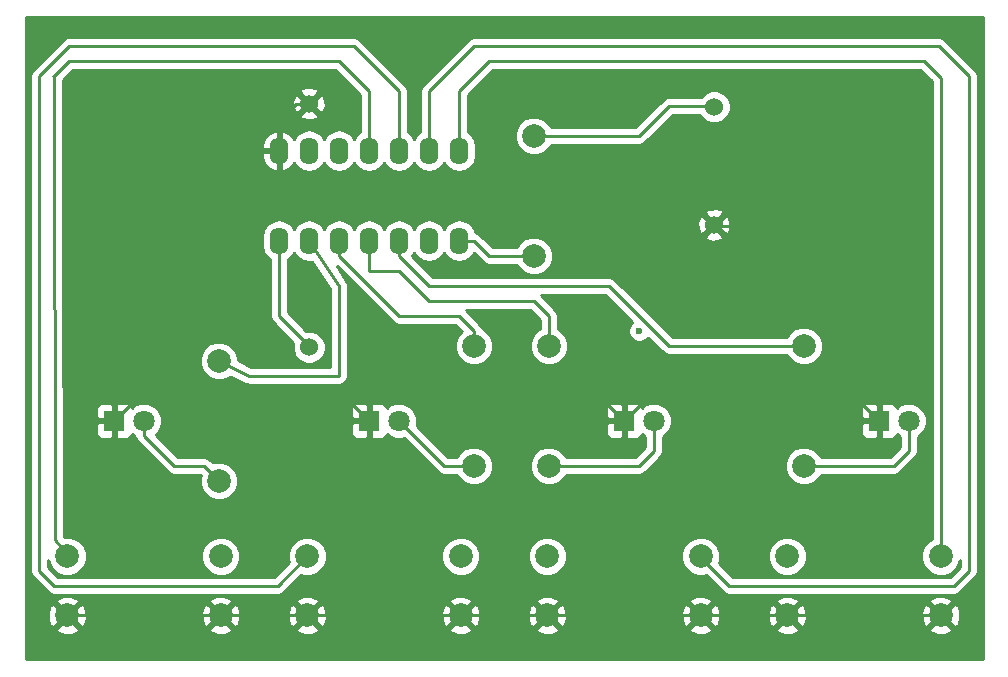
<source format=gbr>
G04 #@! TF.FileFunction,Copper,L1,Top,Signal*
%FSLAX46Y46*%
G04 Gerber Fmt 4.6, Leading zero omitted, Abs format (unit mm)*
G04 Created by KiCad (PCBNEW 4.0.2-stable) date 09/07/2016 13:23:45*
%MOMM*%
G01*
G04 APERTURE LIST*
%ADD10C,0.100000*%
%ADD11C,1.524000*%
%ADD12C,1.800000*%
%ADD13R,1.800000X1.800000*%
%ADD14O,1.600000X2.300000*%
%ADD15C,1.998980*%
%ADD16C,2.000000*%
%ADD17C,0.600000*%
%ADD18C,0.250000*%
%ADD19C,0.254000*%
G04 APERTURE END LIST*
D10*
D11*
X125730000Y-84900000D03*
X125730000Y-105520000D03*
D12*
X111760000Y-111760000D03*
D13*
X109220000Y-111760000D03*
D12*
X133350000Y-111760000D03*
D13*
X130810000Y-111760000D03*
D12*
X154940000Y-111760000D03*
D13*
X152400000Y-111760000D03*
D12*
X176530000Y-111760000D03*
D13*
X173990000Y-111760000D03*
D14*
X123190000Y-96520000D03*
X125730000Y-96520000D03*
X128270000Y-96520000D03*
X130810000Y-96520000D03*
X133350000Y-96520000D03*
X135890000Y-96520000D03*
X138430000Y-96520000D03*
X138430000Y-88900000D03*
X135890000Y-88900000D03*
X133350000Y-88900000D03*
X130810000Y-88900000D03*
X128270000Y-88900000D03*
X125730000Y-88900000D03*
X123190000Y-88900000D03*
D15*
X118110000Y-106680000D03*
X118110000Y-116840000D03*
X139700000Y-105410000D03*
X139700000Y-115570000D03*
X146050000Y-105410000D03*
X146050000Y-115570000D03*
X167640000Y-105410000D03*
X167640000Y-115570000D03*
X144780000Y-97790000D03*
X144780000Y-87630000D03*
D11*
X160020000Y-85170000D03*
X160020000Y-95170000D03*
D16*
X118260000Y-123230000D03*
X118260000Y-128230000D03*
X105260000Y-128230000D03*
X105260000Y-123230000D03*
X138580000Y-123230000D03*
X138580000Y-128230000D03*
X125580000Y-128230000D03*
X125580000Y-123230000D03*
X158900000Y-123230000D03*
X158900000Y-128230000D03*
X145900000Y-128230000D03*
X145900000Y-123230000D03*
X179220000Y-123230000D03*
X179220000Y-128230000D03*
X166220000Y-128230000D03*
X166220000Y-123230000D03*
D17*
X153670000Y-104140000D03*
D18*
X125730000Y-105520000D02*
X125730000Y-105410000D01*
X125730000Y-105410000D02*
X123190000Y-102870000D01*
X123190000Y-102870000D02*
X123190000Y-96520000D01*
X166220000Y-128230000D02*
X179220000Y-128230000D01*
X158900000Y-128230000D02*
X166220000Y-128230000D01*
X145900000Y-128230000D02*
X158900000Y-128230000D01*
X138580000Y-128230000D02*
X145900000Y-128230000D01*
X125580000Y-128230000D02*
X138580000Y-128230000D01*
X118260000Y-128230000D02*
X125580000Y-128230000D01*
X105260000Y-128230000D02*
X118260000Y-128230000D01*
X145900000Y-128230000D02*
X145900000Y-128120000D01*
X145900000Y-128120000D02*
X142240000Y-124460000D01*
X142240000Y-124460000D02*
X142240000Y-120650000D01*
X142240000Y-120650000D02*
X139700000Y-118110000D01*
X139700000Y-118110000D02*
X134620000Y-118110000D01*
X134620000Y-118110000D02*
X130810000Y-114300000D01*
X130810000Y-114300000D02*
X130810000Y-111760000D01*
X173990000Y-111760000D02*
X173990000Y-104140000D01*
X165100000Y-95250000D02*
X160100000Y-95250000D01*
X173990000Y-104140000D02*
X165100000Y-95250000D01*
X160100000Y-95250000D02*
X160020000Y-95170000D01*
X123190000Y-88900000D02*
X123190000Y-86360000D01*
X124650000Y-84900000D02*
X125730000Y-84900000D01*
X123190000Y-86360000D02*
X124650000Y-84900000D01*
X109220000Y-111760000D02*
X109220000Y-88900000D01*
X111640000Y-86480000D02*
X115570000Y-86480000D01*
X109220000Y-88900000D02*
X111640000Y-86480000D01*
X109220000Y-111760000D02*
X111760000Y-109220000D01*
X128270000Y-109220000D02*
X130810000Y-111760000D01*
X111760000Y-109220000D02*
X128270000Y-109220000D01*
X130810000Y-111760000D02*
X130810000Y-110490000D01*
X130810000Y-110490000D02*
X132080000Y-109220000D01*
X132080000Y-109220000D02*
X149860000Y-109220000D01*
X149860000Y-109220000D02*
X152400000Y-111760000D01*
X152400000Y-111760000D02*
X154940000Y-109220000D01*
X171450000Y-109220000D02*
X173990000Y-111760000D01*
X167640000Y-109220000D02*
X171450000Y-109220000D01*
X154940000Y-109220000D02*
X167640000Y-109220000D01*
X115570000Y-86480000D02*
X115570000Y-87630000D01*
X115570000Y-87630000D02*
X116840000Y-88900000D01*
X116840000Y-88900000D02*
X123190000Y-88900000D01*
X115690000Y-86480000D02*
X115570000Y-86480000D01*
X123270000Y-88820000D02*
X123190000Y-88900000D01*
X111760000Y-111760000D02*
X111760000Y-113030000D01*
X116840000Y-115570000D02*
X118110000Y-116840000D01*
X114300000Y-115570000D02*
X116840000Y-115570000D01*
X111760000Y-113030000D02*
X114300000Y-115570000D01*
X133350000Y-111760000D02*
X135890000Y-114300000D01*
X137160000Y-115570000D02*
X139700000Y-115570000D01*
X135890000Y-114300000D02*
X137160000Y-115570000D01*
X146050000Y-115570000D02*
X153670000Y-115570000D01*
X154940000Y-114300000D02*
X154940000Y-111760000D01*
X153670000Y-115570000D02*
X154940000Y-114300000D01*
X167640000Y-115570000D02*
X175260000Y-115570000D01*
X176530000Y-114300000D02*
X176530000Y-111760000D01*
X175260000Y-115570000D02*
X176530000Y-114300000D01*
X125730000Y-96520000D02*
X128270000Y-100330000D01*
X120650000Y-107950000D02*
X118110000Y-106680000D01*
X128270000Y-107950000D02*
X120650000Y-107950000D01*
X128270000Y-104140000D02*
X128270000Y-107950000D01*
X128270000Y-100330000D02*
X128270000Y-104140000D01*
X139700000Y-105410000D02*
X139700000Y-104140000D01*
X128270000Y-97790000D02*
X128270000Y-96520000D01*
X133350000Y-102870000D02*
X128270000Y-97790000D01*
X138430000Y-102870000D02*
X133350000Y-102870000D01*
X139700000Y-104140000D02*
X138430000Y-102870000D01*
X133350000Y-96520000D02*
X133350000Y-97790000D01*
X156210000Y-105410000D02*
X167640000Y-105410000D01*
X151130000Y-100330000D02*
X156210000Y-105410000D01*
X135890000Y-100330000D02*
X151130000Y-100330000D01*
X133350000Y-97790000D02*
X135890000Y-100330000D01*
X146050000Y-105410000D02*
X146050000Y-102870000D01*
X130810000Y-99060000D02*
X130810000Y-96520000D01*
X133350000Y-99060000D02*
X130810000Y-99060000D01*
X135890000Y-101600000D02*
X133350000Y-99060000D01*
X144780000Y-101600000D02*
X135890000Y-101600000D01*
X146050000Y-102870000D02*
X144780000Y-101600000D01*
X138430000Y-96520000D02*
X139700000Y-96520000D01*
X140970000Y-97790000D02*
X144780000Y-97790000D01*
X139700000Y-96520000D02*
X140970000Y-97790000D01*
X104140000Y-82550000D02*
X104203890Y-121856110D01*
X104203890Y-121856110D02*
X105260000Y-122912220D01*
X105260000Y-122912220D02*
X105260000Y-123230000D01*
X130810000Y-88900000D02*
X130810000Y-83820000D01*
X105410000Y-81280000D02*
X104140000Y-82550000D01*
X104140000Y-82550000D02*
X104076110Y-82585718D01*
X128270000Y-81280000D02*
X105410000Y-81280000D01*
X130810000Y-83820000D02*
X128270000Y-81280000D01*
X133350000Y-88900000D02*
X133350000Y-83820000D01*
X123080000Y-125730000D02*
X125580000Y-123230000D01*
X104140000Y-125730000D02*
X123080000Y-125730000D01*
X102870000Y-124460000D02*
X104140000Y-125730000D01*
X102870000Y-82550000D02*
X102870000Y-124460000D01*
X105410000Y-80010000D02*
X102870000Y-82550000D01*
X129540000Y-80010000D02*
X105410000Y-80010000D01*
X133350000Y-83820000D02*
X129540000Y-80010000D01*
X135890000Y-88900000D02*
X135890000Y-83820000D01*
X161290000Y-125730000D02*
X158900000Y-123340000D01*
X180340000Y-125730000D02*
X161290000Y-125730000D01*
X181610000Y-124460000D02*
X180340000Y-125730000D01*
X181610000Y-82550000D02*
X181610000Y-124460000D01*
X179070000Y-80010000D02*
X181610000Y-82550000D01*
X139700000Y-80010000D02*
X179070000Y-80010000D01*
X135890000Y-83820000D02*
X139700000Y-80010000D01*
X158900000Y-123340000D02*
X158900000Y-123230000D01*
X158900000Y-123340000D02*
X158900000Y-123230000D01*
X138430000Y-88900000D02*
X138430000Y-83820000D01*
X179220000Y-82700000D02*
X179220000Y-123230000D01*
X177800000Y-81280000D02*
X179220000Y-82700000D01*
X140970000Y-81280000D02*
X177800000Y-81280000D01*
X138430000Y-83820000D02*
X140970000Y-81280000D01*
X144780000Y-87630000D02*
X153670000Y-87630000D01*
X156210000Y-85090000D02*
X159940000Y-85090000D01*
X153670000Y-87630000D02*
X156210000Y-85090000D01*
X159940000Y-85090000D02*
X160020000Y-85170000D01*
D19*
G36*
X182753000Y-131953000D02*
X101727000Y-131953000D01*
X101727000Y-129382532D01*
X104287073Y-129382532D01*
X104385736Y-129649387D01*
X104995461Y-129875908D01*
X105645460Y-129851856D01*
X106134264Y-129649387D01*
X106232927Y-129382532D01*
X117287073Y-129382532D01*
X117385736Y-129649387D01*
X117995461Y-129875908D01*
X118645460Y-129851856D01*
X119134264Y-129649387D01*
X119232927Y-129382532D01*
X124607073Y-129382532D01*
X124705736Y-129649387D01*
X125315461Y-129875908D01*
X125965460Y-129851856D01*
X126454264Y-129649387D01*
X126552927Y-129382532D01*
X137607073Y-129382532D01*
X137705736Y-129649387D01*
X138315461Y-129875908D01*
X138965460Y-129851856D01*
X139454264Y-129649387D01*
X139552927Y-129382532D01*
X144927073Y-129382532D01*
X145025736Y-129649387D01*
X145635461Y-129875908D01*
X146285460Y-129851856D01*
X146774264Y-129649387D01*
X146872927Y-129382532D01*
X157927073Y-129382532D01*
X158025736Y-129649387D01*
X158635461Y-129875908D01*
X159285460Y-129851856D01*
X159774264Y-129649387D01*
X159872927Y-129382532D01*
X165247073Y-129382532D01*
X165345736Y-129649387D01*
X165955461Y-129875908D01*
X166605460Y-129851856D01*
X167094264Y-129649387D01*
X167192927Y-129382532D01*
X178247073Y-129382532D01*
X178345736Y-129649387D01*
X178955461Y-129875908D01*
X179605460Y-129851856D01*
X180094264Y-129649387D01*
X180192927Y-129382532D01*
X179220000Y-128409605D01*
X178247073Y-129382532D01*
X167192927Y-129382532D01*
X166220000Y-128409605D01*
X165247073Y-129382532D01*
X159872927Y-129382532D01*
X158900000Y-128409605D01*
X157927073Y-129382532D01*
X146872927Y-129382532D01*
X145900000Y-128409605D01*
X144927073Y-129382532D01*
X139552927Y-129382532D01*
X138580000Y-128409605D01*
X137607073Y-129382532D01*
X126552927Y-129382532D01*
X125580000Y-128409605D01*
X124607073Y-129382532D01*
X119232927Y-129382532D01*
X118260000Y-128409605D01*
X117287073Y-129382532D01*
X106232927Y-129382532D01*
X105260000Y-128409605D01*
X104287073Y-129382532D01*
X101727000Y-129382532D01*
X101727000Y-127965461D01*
X103614092Y-127965461D01*
X103638144Y-128615460D01*
X103840613Y-129104264D01*
X104107468Y-129202927D01*
X105080395Y-128230000D01*
X105439605Y-128230000D01*
X106412532Y-129202927D01*
X106679387Y-129104264D01*
X106905908Y-128494539D01*
X106886331Y-127965461D01*
X116614092Y-127965461D01*
X116638144Y-128615460D01*
X116840613Y-129104264D01*
X117107468Y-129202927D01*
X118080395Y-128230000D01*
X118439605Y-128230000D01*
X119412532Y-129202927D01*
X119679387Y-129104264D01*
X119905908Y-128494539D01*
X119886331Y-127965461D01*
X123934092Y-127965461D01*
X123958144Y-128615460D01*
X124160613Y-129104264D01*
X124427468Y-129202927D01*
X125400395Y-128230000D01*
X125759605Y-128230000D01*
X126732532Y-129202927D01*
X126999387Y-129104264D01*
X127225908Y-128494539D01*
X127206331Y-127965461D01*
X136934092Y-127965461D01*
X136958144Y-128615460D01*
X137160613Y-129104264D01*
X137427468Y-129202927D01*
X138400395Y-128230000D01*
X138759605Y-128230000D01*
X139732532Y-129202927D01*
X139999387Y-129104264D01*
X140225908Y-128494539D01*
X140206331Y-127965461D01*
X144254092Y-127965461D01*
X144278144Y-128615460D01*
X144480613Y-129104264D01*
X144747468Y-129202927D01*
X145720395Y-128230000D01*
X146079605Y-128230000D01*
X147052532Y-129202927D01*
X147319387Y-129104264D01*
X147545908Y-128494539D01*
X147526331Y-127965461D01*
X157254092Y-127965461D01*
X157278144Y-128615460D01*
X157480613Y-129104264D01*
X157747468Y-129202927D01*
X158720395Y-128230000D01*
X159079605Y-128230000D01*
X160052532Y-129202927D01*
X160319387Y-129104264D01*
X160545908Y-128494539D01*
X160526331Y-127965461D01*
X164574092Y-127965461D01*
X164598144Y-128615460D01*
X164800613Y-129104264D01*
X165067468Y-129202927D01*
X166040395Y-128230000D01*
X166399605Y-128230000D01*
X167372532Y-129202927D01*
X167639387Y-129104264D01*
X167865908Y-128494539D01*
X167846331Y-127965461D01*
X177574092Y-127965461D01*
X177598144Y-128615460D01*
X177800613Y-129104264D01*
X178067468Y-129202927D01*
X179040395Y-128230000D01*
X179399605Y-128230000D01*
X180372532Y-129202927D01*
X180639387Y-129104264D01*
X180865908Y-128494539D01*
X180841856Y-127844540D01*
X180639387Y-127355736D01*
X180372532Y-127257073D01*
X179399605Y-128230000D01*
X179040395Y-128230000D01*
X178067468Y-127257073D01*
X177800613Y-127355736D01*
X177574092Y-127965461D01*
X167846331Y-127965461D01*
X167841856Y-127844540D01*
X167639387Y-127355736D01*
X167372532Y-127257073D01*
X166399605Y-128230000D01*
X166040395Y-128230000D01*
X165067468Y-127257073D01*
X164800613Y-127355736D01*
X164574092Y-127965461D01*
X160526331Y-127965461D01*
X160521856Y-127844540D01*
X160319387Y-127355736D01*
X160052532Y-127257073D01*
X159079605Y-128230000D01*
X158720395Y-128230000D01*
X157747468Y-127257073D01*
X157480613Y-127355736D01*
X157254092Y-127965461D01*
X147526331Y-127965461D01*
X147521856Y-127844540D01*
X147319387Y-127355736D01*
X147052532Y-127257073D01*
X146079605Y-128230000D01*
X145720395Y-128230000D01*
X144747468Y-127257073D01*
X144480613Y-127355736D01*
X144254092Y-127965461D01*
X140206331Y-127965461D01*
X140201856Y-127844540D01*
X139999387Y-127355736D01*
X139732532Y-127257073D01*
X138759605Y-128230000D01*
X138400395Y-128230000D01*
X137427468Y-127257073D01*
X137160613Y-127355736D01*
X136934092Y-127965461D01*
X127206331Y-127965461D01*
X127201856Y-127844540D01*
X126999387Y-127355736D01*
X126732532Y-127257073D01*
X125759605Y-128230000D01*
X125400395Y-128230000D01*
X124427468Y-127257073D01*
X124160613Y-127355736D01*
X123934092Y-127965461D01*
X119886331Y-127965461D01*
X119881856Y-127844540D01*
X119679387Y-127355736D01*
X119412532Y-127257073D01*
X118439605Y-128230000D01*
X118080395Y-128230000D01*
X117107468Y-127257073D01*
X116840613Y-127355736D01*
X116614092Y-127965461D01*
X106886331Y-127965461D01*
X106881856Y-127844540D01*
X106679387Y-127355736D01*
X106412532Y-127257073D01*
X105439605Y-128230000D01*
X105080395Y-128230000D01*
X104107468Y-127257073D01*
X103840613Y-127355736D01*
X103614092Y-127965461D01*
X101727000Y-127965461D01*
X101727000Y-127077468D01*
X104287073Y-127077468D01*
X105260000Y-128050395D01*
X106232927Y-127077468D01*
X117287073Y-127077468D01*
X118260000Y-128050395D01*
X119232927Y-127077468D01*
X124607073Y-127077468D01*
X125580000Y-128050395D01*
X126552927Y-127077468D01*
X137607073Y-127077468D01*
X138580000Y-128050395D01*
X139552927Y-127077468D01*
X144927073Y-127077468D01*
X145900000Y-128050395D01*
X146872927Y-127077468D01*
X157927073Y-127077468D01*
X158900000Y-128050395D01*
X159872927Y-127077468D01*
X165247073Y-127077468D01*
X166220000Y-128050395D01*
X167192927Y-127077468D01*
X178247073Y-127077468D01*
X179220000Y-128050395D01*
X180192927Y-127077468D01*
X180094264Y-126810613D01*
X179484539Y-126584092D01*
X178834540Y-126608144D01*
X178345736Y-126810613D01*
X178247073Y-127077468D01*
X167192927Y-127077468D01*
X167094264Y-126810613D01*
X166484539Y-126584092D01*
X165834540Y-126608144D01*
X165345736Y-126810613D01*
X165247073Y-127077468D01*
X159872927Y-127077468D01*
X159774264Y-126810613D01*
X159164539Y-126584092D01*
X158514540Y-126608144D01*
X158025736Y-126810613D01*
X157927073Y-127077468D01*
X146872927Y-127077468D01*
X146774264Y-126810613D01*
X146164539Y-126584092D01*
X145514540Y-126608144D01*
X145025736Y-126810613D01*
X144927073Y-127077468D01*
X139552927Y-127077468D01*
X139454264Y-126810613D01*
X138844539Y-126584092D01*
X138194540Y-126608144D01*
X137705736Y-126810613D01*
X137607073Y-127077468D01*
X126552927Y-127077468D01*
X126454264Y-126810613D01*
X125844539Y-126584092D01*
X125194540Y-126608144D01*
X124705736Y-126810613D01*
X124607073Y-127077468D01*
X119232927Y-127077468D01*
X119134264Y-126810613D01*
X118524539Y-126584092D01*
X117874540Y-126608144D01*
X117385736Y-126810613D01*
X117287073Y-127077468D01*
X106232927Y-127077468D01*
X106134264Y-126810613D01*
X105524539Y-126584092D01*
X104874540Y-126608144D01*
X104385736Y-126810613D01*
X104287073Y-127077468D01*
X101727000Y-127077468D01*
X101727000Y-82550000D01*
X102110000Y-82550000D01*
X102110000Y-124460000D01*
X102167852Y-124750839D01*
X102332599Y-124997401D01*
X103602599Y-126267401D01*
X103849160Y-126432148D01*
X104140000Y-126490000D01*
X123080000Y-126490000D01*
X123370839Y-126432148D01*
X123617401Y-126267401D01*
X125088527Y-124796275D01*
X125253352Y-124864716D01*
X125903795Y-124865284D01*
X126504943Y-124616894D01*
X126965278Y-124157363D01*
X127214716Y-123556648D01*
X127214718Y-123553795D01*
X136944716Y-123553795D01*
X137193106Y-124154943D01*
X137652637Y-124615278D01*
X138253352Y-124864716D01*
X138903795Y-124865284D01*
X139504943Y-124616894D01*
X139965278Y-124157363D01*
X140214716Y-123556648D01*
X140214718Y-123553795D01*
X144264716Y-123553795D01*
X144513106Y-124154943D01*
X144972637Y-124615278D01*
X145573352Y-124864716D01*
X146223795Y-124865284D01*
X146824943Y-124616894D01*
X147285278Y-124157363D01*
X147534716Y-123556648D01*
X147535284Y-122906205D01*
X147286894Y-122305057D01*
X146827363Y-121844722D01*
X146226648Y-121595284D01*
X145576205Y-121594716D01*
X144975057Y-121843106D01*
X144514722Y-122302637D01*
X144265284Y-122903352D01*
X144264716Y-123553795D01*
X140214718Y-123553795D01*
X140215284Y-122906205D01*
X139966894Y-122305057D01*
X139507363Y-121844722D01*
X138906648Y-121595284D01*
X138256205Y-121594716D01*
X137655057Y-121843106D01*
X137194722Y-122302637D01*
X136945284Y-122903352D01*
X136944716Y-123553795D01*
X127214718Y-123553795D01*
X127215284Y-122906205D01*
X126966894Y-122305057D01*
X126507363Y-121844722D01*
X125906648Y-121595284D01*
X125256205Y-121594716D01*
X124655057Y-121843106D01*
X124194722Y-122302637D01*
X123945284Y-122903352D01*
X123944716Y-123553795D01*
X124013919Y-123721279D01*
X122765198Y-124970000D01*
X104454802Y-124970000D01*
X103630000Y-124145198D01*
X103630000Y-123566583D01*
X103873106Y-124154943D01*
X104332637Y-124615278D01*
X104933352Y-124864716D01*
X105583795Y-124865284D01*
X106184943Y-124616894D01*
X106645278Y-124157363D01*
X106894716Y-123556648D01*
X106894718Y-123553795D01*
X116624716Y-123553795D01*
X116873106Y-124154943D01*
X117332637Y-124615278D01*
X117933352Y-124864716D01*
X118583795Y-124865284D01*
X119184943Y-124616894D01*
X119645278Y-124157363D01*
X119894716Y-123556648D01*
X119895284Y-122906205D01*
X119646894Y-122305057D01*
X119187363Y-121844722D01*
X118586648Y-121595284D01*
X117936205Y-121594716D01*
X117335057Y-121843106D01*
X116874722Y-122302637D01*
X116625284Y-122903352D01*
X116624716Y-123553795D01*
X106894718Y-123553795D01*
X106895284Y-122906205D01*
X106646894Y-122305057D01*
X106187363Y-121844722D01*
X105586648Y-121595284D01*
X105017369Y-121594787D01*
X104963378Y-121540796D01*
X104947945Y-112045750D01*
X107685000Y-112045750D01*
X107685000Y-112786310D01*
X107781673Y-113019699D01*
X107960302Y-113198327D01*
X108193691Y-113295000D01*
X108934250Y-113295000D01*
X109093000Y-113136250D01*
X109093000Y-111887000D01*
X107843750Y-111887000D01*
X107685000Y-112045750D01*
X104947945Y-112045750D01*
X104945813Y-110733690D01*
X107685000Y-110733690D01*
X107685000Y-111474250D01*
X107843750Y-111633000D01*
X109093000Y-111633000D01*
X109093000Y-110383750D01*
X109347000Y-110383750D01*
X109347000Y-111633000D01*
X109367000Y-111633000D01*
X109367000Y-111887000D01*
X109347000Y-111887000D01*
X109347000Y-113136250D01*
X109505750Y-113295000D01*
X110246309Y-113295000D01*
X110479698Y-113198327D01*
X110658327Y-113019699D01*
X110714119Y-112885006D01*
X110889357Y-113060551D01*
X111016586Y-113113381D01*
X111057852Y-113320839D01*
X111222599Y-113567401D01*
X113762599Y-116107401D01*
X114009160Y-116272148D01*
X114057414Y-116281746D01*
X114300000Y-116330000D01*
X116525198Y-116330000D01*
X116544115Y-116348917D01*
X116475794Y-116513453D01*
X116475226Y-117163694D01*
X116723538Y-117764655D01*
X117182927Y-118224846D01*
X117783453Y-118474206D01*
X118433694Y-118474774D01*
X119034655Y-118226462D01*
X119494846Y-117767073D01*
X119744206Y-117166547D01*
X119744774Y-116516306D01*
X119496462Y-115915345D01*
X119037073Y-115455154D01*
X118436547Y-115205794D01*
X117786306Y-115205226D01*
X117619111Y-115274309D01*
X117377401Y-115032599D01*
X117130839Y-114867852D01*
X116840000Y-114810000D01*
X114614802Y-114810000D01*
X112747725Y-112942923D01*
X113060551Y-112630643D01*
X113294733Y-112066670D01*
X113294751Y-112045750D01*
X129275000Y-112045750D01*
X129275000Y-112786310D01*
X129371673Y-113019699D01*
X129550302Y-113198327D01*
X129783691Y-113295000D01*
X130524250Y-113295000D01*
X130683000Y-113136250D01*
X130683000Y-111887000D01*
X129433750Y-111887000D01*
X129275000Y-112045750D01*
X113294751Y-112045750D01*
X113295265Y-111456009D01*
X113062068Y-110891629D01*
X112904405Y-110733690D01*
X129275000Y-110733690D01*
X129275000Y-111474250D01*
X129433750Y-111633000D01*
X130683000Y-111633000D01*
X130683000Y-110383750D01*
X130937000Y-110383750D01*
X130937000Y-111633000D01*
X130957000Y-111633000D01*
X130957000Y-111887000D01*
X130937000Y-111887000D01*
X130937000Y-113136250D01*
X131095750Y-113295000D01*
X131836309Y-113295000D01*
X132069698Y-113198327D01*
X132248327Y-113019699D01*
X132304119Y-112885006D01*
X132479357Y-113060551D01*
X133043330Y-113294733D01*
X133653991Y-113295265D01*
X133764713Y-113249515D01*
X136622599Y-116107401D01*
X136869160Y-116272148D01*
X137160000Y-116330000D01*
X138245504Y-116330000D01*
X138313538Y-116494655D01*
X138772927Y-116954846D01*
X139373453Y-117204206D01*
X140023694Y-117204774D01*
X140624655Y-116956462D01*
X141084846Y-116497073D01*
X141334206Y-115896547D01*
X141334208Y-115893694D01*
X144415226Y-115893694D01*
X144663538Y-116494655D01*
X145122927Y-116954846D01*
X145723453Y-117204206D01*
X146373694Y-117204774D01*
X146974655Y-116956462D01*
X147434846Y-116497073D01*
X147504221Y-116330000D01*
X153670000Y-116330000D01*
X153960839Y-116272148D01*
X154207401Y-116107401D01*
X154421108Y-115893694D01*
X166005226Y-115893694D01*
X166253538Y-116494655D01*
X166712927Y-116954846D01*
X167313453Y-117204206D01*
X167963694Y-117204774D01*
X168564655Y-116956462D01*
X169024846Y-116497073D01*
X169094221Y-116330000D01*
X175260000Y-116330000D01*
X175550839Y-116272148D01*
X175797401Y-116107401D01*
X177067401Y-114837401D01*
X177232148Y-114590840D01*
X177290000Y-114300000D01*
X177290000Y-113106846D01*
X177398371Y-113062068D01*
X177830551Y-112630643D01*
X178064733Y-112066670D01*
X178065265Y-111456009D01*
X177832068Y-110891629D01*
X177400643Y-110459449D01*
X176836670Y-110225267D01*
X176226009Y-110224735D01*
X175661629Y-110457932D01*
X175484159Y-110635092D01*
X175428327Y-110500301D01*
X175249698Y-110321673D01*
X175016309Y-110225000D01*
X174275750Y-110225000D01*
X174117000Y-110383750D01*
X174117000Y-111633000D01*
X174137000Y-111633000D01*
X174137000Y-111887000D01*
X174117000Y-111887000D01*
X174117000Y-113136250D01*
X174275750Y-113295000D01*
X175016309Y-113295000D01*
X175249698Y-113198327D01*
X175428327Y-113019699D01*
X175484119Y-112885006D01*
X175659357Y-113060551D01*
X175770000Y-113106494D01*
X175770000Y-113985198D01*
X174945198Y-114810000D01*
X169094496Y-114810000D01*
X169026462Y-114645345D01*
X168567073Y-114185154D01*
X167966547Y-113935794D01*
X167316306Y-113935226D01*
X166715345Y-114183538D01*
X166255154Y-114642927D01*
X166005794Y-115243453D01*
X166005226Y-115893694D01*
X154421108Y-115893694D01*
X155477401Y-114837401D01*
X155642148Y-114590840D01*
X155700000Y-114300000D01*
X155700000Y-113106846D01*
X155808371Y-113062068D01*
X156240551Y-112630643D01*
X156474733Y-112066670D01*
X156474751Y-112045750D01*
X172455000Y-112045750D01*
X172455000Y-112786310D01*
X172551673Y-113019699D01*
X172730302Y-113198327D01*
X172963691Y-113295000D01*
X173704250Y-113295000D01*
X173863000Y-113136250D01*
X173863000Y-111887000D01*
X172613750Y-111887000D01*
X172455000Y-112045750D01*
X156474751Y-112045750D01*
X156475265Y-111456009D01*
X156242068Y-110891629D01*
X156084405Y-110733690D01*
X172455000Y-110733690D01*
X172455000Y-111474250D01*
X172613750Y-111633000D01*
X173863000Y-111633000D01*
X173863000Y-110383750D01*
X173704250Y-110225000D01*
X172963691Y-110225000D01*
X172730302Y-110321673D01*
X172551673Y-110500301D01*
X172455000Y-110733690D01*
X156084405Y-110733690D01*
X155810643Y-110459449D01*
X155246670Y-110225267D01*
X154636009Y-110224735D01*
X154071629Y-110457932D01*
X153894159Y-110635092D01*
X153838327Y-110500301D01*
X153659698Y-110321673D01*
X153426309Y-110225000D01*
X152685750Y-110225000D01*
X152527000Y-110383750D01*
X152527000Y-111633000D01*
X152547000Y-111633000D01*
X152547000Y-111887000D01*
X152527000Y-111887000D01*
X152527000Y-113136250D01*
X152685750Y-113295000D01*
X153426309Y-113295000D01*
X153659698Y-113198327D01*
X153838327Y-113019699D01*
X153894119Y-112885006D01*
X154069357Y-113060551D01*
X154180000Y-113106494D01*
X154180000Y-113985198D01*
X153355198Y-114810000D01*
X147504496Y-114810000D01*
X147436462Y-114645345D01*
X146977073Y-114185154D01*
X146376547Y-113935794D01*
X145726306Y-113935226D01*
X145125345Y-114183538D01*
X144665154Y-114642927D01*
X144415794Y-115243453D01*
X144415226Y-115893694D01*
X141334208Y-115893694D01*
X141334774Y-115246306D01*
X141086462Y-114645345D01*
X140627073Y-114185154D01*
X140026547Y-113935794D01*
X139376306Y-113935226D01*
X138775345Y-114183538D01*
X138315154Y-114642927D01*
X138245779Y-114810000D01*
X137474802Y-114810000D01*
X134839766Y-112174964D01*
X134884733Y-112066670D01*
X134884751Y-112045750D01*
X150865000Y-112045750D01*
X150865000Y-112786310D01*
X150961673Y-113019699D01*
X151140302Y-113198327D01*
X151373691Y-113295000D01*
X152114250Y-113295000D01*
X152273000Y-113136250D01*
X152273000Y-111887000D01*
X151023750Y-111887000D01*
X150865000Y-112045750D01*
X134884751Y-112045750D01*
X134885265Y-111456009D01*
X134652068Y-110891629D01*
X134494405Y-110733690D01*
X150865000Y-110733690D01*
X150865000Y-111474250D01*
X151023750Y-111633000D01*
X152273000Y-111633000D01*
X152273000Y-110383750D01*
X152114250Y-110225000D01*
X151373691Y-110225000D01*
X151140302Y-110321673D01*
X150961673Y-110500301D01*
X150865000Y-110733690D01*
X134494405Y-110733690D01*
X134220643Y-110459449D01*
X133656670Y-110225267D01*
X133046009Y-110224735D01*
X132481629Y-110457932D01*
X132304159Y-110635092D01*
X132248327Y-110500301D01*
X132069698Y-110321673D01*
X131836309Y-110225000D01*
X131095750Y-110225000D01*
X130937000Y-110383750D01*
X130683000Y-110383750D01*
X130524250Y-110225000D01*
X129783691Y-110225000D01*
X129550302Y-110321673D01*
X129371673Y-110500301D01*
X129275000Y-110733690D01*
X112904405Y-110733690D01*
X112630643Y-110459449D01*
X112066670Y-110225267D01*
X111456009Y-110224735D01*
X110891629Y-110457932D01*
X110714159Y-110635092D01*
X110658327Y-110500301D01*
X110479698Y-110321673D01*
X110246309Y-110225000D01*
X109505750Y-110225000D01*
X109347000Y-110383750D01*
X109093000Y-110383750D01*
X108934250Y-110225000D01*
X108193691Y-110225000D01*
X107960302Y-110321673D01*
X107781673Y-110500301D01*
X107685000Y-110733690D01*
X104945813Y-110733690D01*
X104939750Y-107003694D01*
X116475226Y-107003694D01*
X116723538Y-107604655D01*
X117182927Y-108064846D01*
X117783453Y-108314206D01*
X118433694Y-108314774D01*
X119034655Y-108066462D01*
X119084332Y-108016872D01*
X120310117Y-108629765D01*
X120336458Y-108636978D01*
X120359161Y-108652148D01*
X120478635Y-108675913D01*
X120596124Y-108708087D01*
X120623214Y-108704672D01*
X120650000Y-108710000D01*
X128270000Y-108710000D01*
X128560839Y-108652148D01*
X128807401Y-108487401D01*
X128972148Y-108240839D01*
X129030000Y-107950000D01*
X129030000Y-100330000D01*
X129015473Y-100256969D01*
X129015551Y-100182511D01*
X128986828Y-100112962D01*
X128972148Y-100039161D01*
X128930781Y-99977251D01*
X128902358Y-99908428D01*
X128079822Y-98674624D01*
X132812599Y-103407401D01*
X133059161Y-103572148D01*
X133350000Y-103630000D01*
X138115198Y-103630000D01*
X138641924Y-104156726D01*
X138315154Y-104482927D01*
X138065794Y-105083453D01*
X138065226Y-105733694D01*
X138313538Y-106334655D01*
X138772927Y-106794846D01*
X139373453Y-107044206D01*
X140023694Y-107044774D01*
X140624655Y-106796462D01*
X141084846Y-106337073D01*
X141334206Y-105736547D01*
X141334774Y-105086306D01*
X141086462Y-104485345D01*
X140627073Y-104025154D01*
X140420057Y-103939193D01*
X140402148Y-103849161D01*
X140402148Y-103849160D01*
X140237401Y-103602599D01*
X138994802Y-102360000D01*
X144465198Y-102360000D01*
X145290000Y-103184802D01*
X145290000Y-103955504D01*
X145125345Y-104023538D01*
X144665154Y-104482927D01*
X144415794Y-105083453D01*
X144415226Y-105733694D01*
X144663538Y-106334655D01*
X145122927Y-106794846D01*
X145723453Y-107044206D01*
X146373694Y-107044774D01*
X146974655Y-106796462D01*
X147434846Y-106337073D01*
X147684206Y-105736547D01*
X147684774Y-105086306D01*
X147436462Y-104485345D01*
X146977073Y-104025154D01*
X146810000Y-103955779D01*
X146810000Y-102870000D01*
X146752148Y-102579161D01*
X146752148Y-102579160D01*
X146587401Y-102332599D01*
X145344802Y-101090000D01*
X150815198Y-101090000D01*
X153106539Y-103381341D01*
X152877808Y-103609673D01*
X152735162Y-103953201D01*
X152734838Y-104325167D01*
X152876883Y-104668943D01*
X153139673Y-104932192D01*
X153483201Y-105074838D01*
X153855167Y-105075162D01*
X154198943Y-104933117D01*
X154428829Y-104703631D01*
X155672599Y-105947401D01*
X155919161Y-106112148D01*
X156210000Y-106170000D01*
X166185504Y-106170000D01*
X166253538Y-106334655D01*
X166712927Y-106794846D01*
X167313453Y-107044206D01*
X167963694Y-107044774D01*
X168564655Y-106796462D01*
X169024846Y-106337073D01*
X169274206Y-105736547D01*
X169274774Y-105086306D01*
X169026462Y-104485345D01*
X168567073Y-104025154D01*
X167966547Y-103775794D01*
X167316306Y-103775226D01*
X166715345Y-104023538D01*
X166255154Y-104482927D01*
X166185779Y-104650000D01*
X156524802Y-104650000D01*
X151667401Y-99792599D01*
X151420839Y-99627852D01*
X151130000Y-99570000D01*
X136204802Y-99570000D01*
X134440710Y-97805908D01*
X134620000Y-97537582D01*
X134875302Y-97919668D01*
X135340849Y-98230737D01*
X135890000Y-98339970D01*
X136439151Y-98230737D01*
X136904698Y-97919668D01*
X137160000Y-97537582D01*
X137415302Y-97919668D01*
X137880849Y-98230737D01*
X138430000Y-98339970D01*
X138979151Y-98230737D01*
X139444698Y-97919668D01*
X139677081Y-97571883D01*
X140432599Y-98327401D01*
X140679160Y-98492148D01*
X140970000Y-98550000D01*
X143325504Y-98550000D01*
X143393538Y-98714655D01*
X143852927Y-99174846D01*
X144453453Y-99424206D01*
X145103694Y-99424774D01*
X145704655Y-99176462D01*
X146164846Y-98717073D01*
X146414206Y-98116547D01*
X146414774Y-97466306D01*
X146166462Y-96865345D01*
X145707073Y-96405154D01*
X145106547Y-96155794D01*
X144456306Y-96155226D01*
X143855345Y-96403538D01*
X143395154Y-96862927D01*
X143325779Y-97030000D01*
X141284802Y-97030000D01*
X140405015Y-96150213D01*
X159219392Y-96150213D01*
X159288857Y-96392397D01*
X159812302Y-96579144D01*
X160367368Y-96551362D01*
X160751143Y-96392397D01*
X160820608Y-96150213D01*
X160020000Y-95349605D01*
X159219392Y-96150213D01*
X140405015Y-96150213D01*
X140237401Y-95982599D01*
X139990839Y-95817852D01*
X139794126Y-95778723D01*
X139755767Y-95585879D01*
X139444698Y-95120332D01*
X139208190Y-94962302D01*
X158610856Y-94962302D01*
X158638638Y-95517368D01*
X158797603Y-95901143D01*
X159039787Y-95970608D01*
X159840395Y-95170000D01*
X160199605Y-95170000D01*
X161000213Y-95970608D01*
X161242397Y-95901143D01*
X161429144Y-95377698D01*
X161401362Y-94822632D01*
X161242397Y-94438857D01*
X161000213Y-94369392D01*
X160199605Y-95170000D01*
X159840395Y-95170000D01*
X159039787Y-94369392D01*
X158797603Y-94438857D01*
X158610856Y-94962302D01*
X139208190Y-94962302D01*
X138979151Y-94809263D01*
X138430000Y-94700030D01*
X137880849Y-94809263D01*
X137415302Y-95120332D01*
X137160000Y-95502418D01*
X136904698Y-95120332D01*
X136439151Y-94809263D01*
X135890000Y-94700030D01*
X135340849Y-94809263D01*
X134875302Y-95120332D01*
X134620000Y-95502418D01*
X134364698Y-95120332D01*
X133899151Y-94809263D01*
X133350000Y-94700030D01*
X132800849Y-94809263D01*
X132335302Y-95120332D01*
X132080000Y-95502418D01*
X131824698Y-95120332D01*
X131359151Y-94809263D01*
X130810000Y-94700030D01*
X130260849Y-94809263D01*
X129795302Y-95120332D01*
X129540000Y-95502418D01*
X129284698Y-95120332D01*
X128819151Y-94809263D01*
X128270000Y-94700030D01*
X127720849Y-94809263D01*
X127255302Y-95120332D01*
X127000000Y-95502418D01*
X126744698Y-95120332D01*
X126279151Y-94809263D01*
X125730000Y-94700030D01*
X125180849Y-94809263D01*
X124715302Y-95120332D01*
X124460000Y-95502418D01*
X124204698Y-95120332D01*
X123739151Y-94809263D01*
X123190000Y-94700030D01*
X122640849Y-94809263D01*
X122175302Y-95120332D01*
X121864233Y-95585879D01*
X121755000Y-96135030D01*
X121755000Y-96904970D01*
X121864233Y-97454121D01*
X122175302Y-97919668D01*
X122430000Y-98089852D01*
X122430000Y-102870000D01*
X122487852Y-103160839D01*
X122652599Y-103407401D01*
X124378091Y-105132893D01*
X124333243Y-105240900D01*
X124332758Y-105796661D01*
X124544990Y-106310303D01*
X124937630Y-106703629D01*
X125450900Y-106916757D01*
X126006661Y-106917242D01*
X126520303Y-106705010D01*
X126913629Y-106312370D01*
X127126757Y-105799100D01*
X127127242Y-105243339D01*
X126915010Y-104729697D01*
X126522370Y-104336371D01*
X126009100Y-104123243D01*
X125517616Y-104122814D01*
X123950000Y-102555198D01*
X123950000Y-98089852D01*
X124204698Y-97919668D01*
X124460000Y-97537582D01*
X124715302Y-97919668D01*
X125180849Y-98230737D01*
X125730000Y-98339970D01*
X125994794Y-98287299D01*
X127510000Y-100560109D01*
X127510000Y-107190000D01*
X120829412Y-107190000D01*
X119744520Y-106647554D01*
X119744774Y-106356306D01*
X119496462Y-105755345D01*
X119037073Y-105295154D01*
X118436547Y-105045794D01*
X117786306Y-105045226D01*
X117185345Y-105293538D01*
X116725154Y-105752927D01*
X116475794Y-106353453D01*
X116475226Y-107003694D01*
X104939750Y-107003694D01*
X104918922Y-94189787D01*
X159219392Y-94189787D01*
X160020000Y-94990395D01*
X160820608Y-94189787D01*
X160751143Y-93947603D01*
X160227698Y-93760856D01*
X159672632Y-93788638D01*
X159288857Y-93947603D01*
X159219392Y-94189787D01*
X104918922Y-94189787D01*
X104910530Y-89027000D01*
X121755000Y-89027000D01*
X121755000Y-89377000D01*
X121912834Y-89916483D01*
X122265104Y-90354500D01*
X122758181Y-90624367D01*
X122840961Y-90641904D01*
X123063000Y-90519915D01*
X123063000Y-89027000D01*
X121755000Y-89027000D01*
X104910530Y-89027000D01*
X104909549Y-88423000D01*
X121755000Y-88423000D01*
X121755000Y-88773000D01*
X123063000Y-88773000D01*
X123063000Y-87280085D01*
X122840961Y-87158096D01*
X122758181Y-87175633D01*
X122265104Y-87445500D01*
X121912834Y-87883517D01*
X121755000Y-88423000D01*
X104909549Y-88423000D01*
X104905416Y-85880213D01*
X124929392Y-85880213D01*
X124998857Y-86122397D01*
X125522302Y-86309144D01*
X126077368Y-86281362D01*
X126461143Y-86122397D01*
X126530608Y-85880213D01*
X125730000Y-85079605D01*
X124929392Y-85880213D01*
X104905416Y-85880213D01*
X104903484Y-84692302D01*
X124320856Y-84692302D01*
X124348638Y-85247368D01*
X124507603Y-85631143D01*
X124749787Y-85700608D01*
X125550395Y-84900000D01*
X125909605Y-84900000D01*
X126710213Y-85700608D01*
X126952397Y-85631143D01*
X127139144Y-85107698D01*
X127111362Y-84552632D01*
X126952397Y-84168857D01*
X126710213Y-84099392D01*
X125909605Y-84900000D01*
X125550395Y-84900000D01*
X124749787Y-84099392D01*
X124507603Y-84168857D01*
X124320856Y-84692302D01*
X104903484Y-84692302D01*
X104902229Y-83919787D01*
X124929392Y-83919787D01*
X125730000Y-84720395D01*
X126530608Y-83919787D01*
X126461143Y-83677603D01*
X125937698Y-83490856D01*
X125382632Y-83518638D01*
X124998857Y-83677603D01*
X124929392Y-83919787D01*
X104902229Y-83919787D01*
X104900512Y-82864290D01*
X105724802Y-82040000D01*
X127955198Y-82040000D01*
X130050000Y-84134802D01*
X130050000Y-87330148D01*
X129795302Y-87500332D01*
X129540000Y-87882418D01*
X129284698Y-87500332D01*
X128819151Y-87189263D01*
X128270000Y-87080030D01*
X127720849Y-87189263D01*
X127255302Y-87500332D01*
X127000000Y-87882418D01*
X126744698Y-87500332D01*
X126279151Y-87189263D01*
X125730000Y-87080030D01*
X125180849Y-87189263D01*
X124715302Y-87500332D01*
X124462851Y-87878151D01*
X124114896Y-87445500D01*
X123621819Y-87175633D01*
X123539039Y-87158096D01*
X123317000Y-87280085D01*
X123317000Y-88773000D01*
X123337000Y-88773000D01*
X123337000Y-89027000D01*
X123317000Y-89027000D01*
X123317000Y-90519915D01*
X123539039Y-90641904D01*
X123621819Y-90624367D01*
X124114896Y-90354500D01*
X124462851Y-89921849D01*
X124715302Y-90299668D01*
X125180849Y-90610737D01*
X125730000Y-90719970D01*
X126279151Y-90610737D01*
X126744698Y-90299668D01*
X127000000Y-89917582D01*
X127255302Y-90299668D01*
X127720849Y-90610737D01*
X128270000Y-90719970D01*
X128819151Y-90610737D01*
X129284698Y-90299668D01*
X129540000Y-89917582D01*
X129795302Y-90299668D01*
X130260849Y-90610737D01*
X130810000Y-90719970D01*
X131359151Y-90610737D01*
X131824698Y-90299668D01*
X132080000Y-89917582D01*
X132335302Y-90299668D01*
X132800849Y-90610737D01*
X133350000Y-90719970D01*
X133899151Y-90610737D01*
X134364698Y-90299668D01*
X134620000Y-89917582D01*
X134875302Y-90299668D01*
X135340849Y-90610737D01*
X135890000Y-90719970D01*
X136439151Y-90610737D01*
X136904698Y-90299668D01*
X137160000Y-89917582D01*
X137415302Y-90299668D01*
X137880849Y-90610737D01*
X138430000Y-90719970D01*
X138979151Y-90610737D01*
X139444698Y-90299668D01*
X139755767Y-89834121D01*
X139865000Y-89284970D01*
X139865000Y-88515030D01*
X139755767Y-87965879D01*
X139747626Y-87953694D01*
X143145226Y-87953694D01*
X143393538Y-88554655D01*
X143852927Y-89014846D01*
X144453453Y-89264206D01*
X145103694Y-89264774D01*
X145704655Y-89016462D01*
X146164846Y-88557073D01*
X146234221Y-88390000D01*
X153670000Y-88390000D01*
X153960839Y-88332148D01*
X154207401Y-88167401D01*
X156524802Y-85850000D01*
X158789414Y-85850000D01*
X158834990Y-85960303D01*
X159227630Y-86353629D01*
X159740900Y-86566757D01*
X160296661Y-86567242D01*
X160810303Y-86355010D01*
X161203629Y-85962370D01*
X161416757Y-85449100D01*
X161417242Y-84893339D01*
X161205010Y-84379697D01*
X160812370Y-83986371D01*
X160299100Y-83773243D01*
X159743339Y-83772758D01*
X159229697Y-83984990D01*
X158884084Y-84330000D01*
X156210000Y-84330000D01*
X155970550Y-84377630D01*
X155919160Y-84387852D01*
X155672599Y-84552599D01*
X153355198Y-86870000D01*
X146234496Y-86870000D01*
X146166462Y-86705345D01*
X145707073Y-86245154D01*
X145106547Y-85995794D01*
X144456306Y-85995226D01*
X143855345Y-86243538D01*
X143395154Y-86702927D01*
X143145794Y-87303453D01*
X143145226Y-87953694D01*
X139747626Y-87953694D01*
X139444698Y-87500332D01*
X139190000Y-87330148D01*
X139190000Y-84134802D01*
X141284802Y-82040000D01*
X177485198Y-82040000D01*
X178460000Y-83014802D01*
X178460000Y-121774953D01*
X178295057Y-121843106D01*
X177834722Y-122302637D01*
X177585284Y-122903352D01*
X177584716Y-123553795D01*
X177833106Y-124154943D01*
X178292637Y-124615278D01*
X178893352Y-124864716D01*
X179543795Y-124865284D01*
X180144943Y-124616894D01*
X180605278Y-124157363D01*
X180850000Y-123568005D01*
X180850000Y-124145198D01*
X180025198Y-124970000D01*
X161604802Y-124970000D01*
X160434000Y-123799198D01*
X160534716Y-123556648D01*
X160534718Y-123553795D01*
X164584716Y-123553795D01*
X164833106Y-124154943D01*
X165292637Y-124615278D01*
X165893352Y-124864716D01*
X166543795Y-124865284D01*
X167144943Y-124616894D01*
X167605278Y-124157363D01*
X167854716Y-123556648D01*
X167855284Y-122906205D01*
X167606894Y-122305057D01*
X167147363Y-121844722D01*
X166546648Y-121595284D01*
X165896205Y-121594716D01*
X165295057Y-121843106D01*
X164834722Y-122302637D01*
X164585284Y-122903352D01*
X164584716Y-123553795D01*
X160534718Y-123553795D01*
X160535284Y-122906205D01*
X160286894Y-122305057D01*
X159827363Y-121844722D01*
X159226648Y-121595284D01*
X158576205Y-121594716D01*
X157975057Y-121843106D01*
X157514722Y-122302637D01*
X157265284Y-122903352D01*
X157264716Y-123553795D01*
X157513106Y-124154943D01*
X157972637Y-124615278D01*
X158573352Y-124864716D01*
X159223795Y-124865284D01*
X159313441Y-124828243D01*
X160752599Y-126267401D01*
X160999160Y-126432148D01*
X161047414Y-126441746D01*
X161290000Y-126490000D01*
X180340000Y-126490000D01*
X180630839Y-126432148D01*
X180877401Y-126267401D01*
X182147401Y-124997401D01*
X182312148Y-124750840D01*
X182370000Y-124460000D01*
X182370000Y-82550000D01*
X182312148Y-82259161D01*
X182312148Y-82259160D01*
X182147401Y-82012599D01*
X179607401Y-79472599D01*
X179360839Y-79307852D01*
X179070000Y-79250000D01*
X139700000Y-79250000D01*
X139409161Y-79307852D01*
X139162599Y-79472599D01*
X135352599Y-83282599D01*
X135187852Y-83529161D01*
X135130000Y-83820000D01*
X135130000Y-87330148D01*
X134875302Y-87500332D01*
X134620000Y-87882418D01*
X134364698Y-87500332D01*
X134110000Y-87330148D01*
X134110000Y-83820000D01*
X134052148Y-83529161D01*
X133887401Y-83282599D01*
X130077401Y-79472599D01*
X129830839Y-79307852D01*
X129540000Y-79250000D01*
X105410000Y-79250000D01*
X105167414Y-79298254D01*
X105119160Y-79307852D01*
X104872599Y-79472599D01*
X102332599Y-82012599D01*
X102167852Y-82259161D01*
X102110000Y-82550000D01*
X101727000Y-82550000D01*
X101727000Y-77597000D01*
X182753000Y-77597000D01*
X182753000Y-131953000D01*
X182753000Y-131953000D01*
G37*
X182753000Y-131953000D02*
X101727000Y-131953000D01*
X101727000Y-129382532D01*
X104287073Y-129382532D01*
X104385736Y-129649387D01*
X104995461Y-129875908D01*
X105645460Y-129851856D01*
X106134264Y-129649387D01*
X106232927Y-129382532D01*
X117287073Y-129382532D01*
X117385736Y-129649387D01*
X117995461Y-129875908D01*
X118645460Y-129851856D01*
X119134264Y-129649387D01*
X119232927Y-129382532D01*
X124607073Y-129382532D01*
X124705736Y-129649387D01*
X125315461Y-129875908D01*
X125965460Y-129851856D01*
X126454264Y-129649387D01*
X126552927Y-129382532D01*
X137607073Y-129382532D01*
X137705736Y-129649387D01*
X138315461Y-129875908D01*
X138965460Y-129851856D01*
X139454264Y-129649387D01*
X139552927Y-129382532D01*
X144927073Y-129382532D01*
X145025736Y-129649387D01*
X145635461Y-129875908D01*
X146285460Y-129851856D01*
X146774264Y-129649387D01*
X146872927Y-129382532D01*
X157927073Y-129382532D01*
X158025736Y-129649387D01*
X158635461Y-129875908D01*
X159285460Y-129851856D01*
X159774264Y-129649387D01*
X159872927Y-129382532D01*
X165247073Y-129382532D01*
X165345736Y-129649387D01*
X165955461Y-129875908D01*
X166605460Y-129851856D01*
X167094264Y-129649387D01*
X167192927Y-129382532D01*
X178247073Y-129382532D01*
X178345736Y-129649387D01*
X178955461Y-129875908D01*
X179605460Y-129851856D01*
X180094264Y-129649387D01*
X180192927Y-129382532D01*
X179220000Y-128409605D01*
X178247073Y-129382532D01*
X167192927Y-129382532D01*
X166220000Y-128409605D01*
X165247073Y-129382532D01*
X159872927Y-129382532D01*
X158900000Y-128409605D01*
X157927073Y-129382532D01*
X146872927Y-129382532D01*
X145900000Y-128409605D01*
X144927073Y-129382532D01*
X139552927Y-129382532D01*
X138580000Y-128409605D01*
X137607073Y-129382532D01*
X126552927Y-129382532D01*
X125580000Y-128409605D01*
X124607073Y-129382532D01*
X119232927Y-129382532D01*
X118260000Y-128409605D01*
X117287073Y-129382532D01*
X106232927Y-129382532D01*
X105260000Y-128409605D01*
X104287073Y-129382532D01*
X101727000Y-129382532D01*
X101727000Y-127965461D01*
X103614092Y-127965461D01*
X103638144Y-128615460D01*
X103840613Y-129104264D01*
X104107468Y-129202927D01*
X105080395Y-128230000D01*
X105439605Y-128230000D01*
X106412532Y-129202927D01*
X106679387Y-129104264D01*
X106905908Y-128494539D01*
X106886331Y-127965461D01*
X116614092Y-127965461D01*
X116638144Y-128615460D01*
X116840613Y-129104264D01*
X117107468Y-129202927D01*
X118080395Y-128230000D01*
X118439605Y-128230000D01*
X119412532Y-129202927D01*
X119679387Y-129104264D01*
X119905908Y-128494539D01*
X119886331Y-127965461D01*
X123934092Y-127965461D01*
X123958144Y-128615460D01*
X124160613Y-129104264D01*
X124427468Y-129202927D01*
X125400395Y-128230000D01*
X125759605Y-128230000D01*
X126732532Y-129202927D01*
X126999387Y-129104264D01*
X127225908Y-128494539D01*
X127206331Y-127965461D01*
X136934092Y-127965461D01*
X136958144Y-128615460D01*
X137160613Y-129104264D01*
X137427468Y-129202927D01*
X138400395Y-128230000D01*
X138759605Y-128230000D01*
X139732532Y-129202927D01*
X139999387Y-129104264D01*
X140225908Y-128494539D01*
X140206331Y-127965461D01*
X144254092Y-127965461D01*
X144278144Y-128615460D01*
X144480613Y-129104264D01*
X144747468Y-129202927D01*
X145720395Y-128230000D01*
X146079605Y-128230000D01*
X147052532Y-129202927D01*
X147319387Y-129104264D01*
X147545908Y-128494539D01*
X147526331Y-127965461D01*
X157254092Y-127965461D01*
X157278144Y-128615460D01*
X157480613Y-129104264D01*
X157747468Y-129202927D01*
X158720395Y-128230000D01*
X159079605Y-128230000D01*
X160052532Y-129202927D01*
X160319387Y-129104264D01*
X160545908Y-128494539D01*
X160526331Y-127965461D01*
X164574092Y-127965461D01*
X164598144Y-128615460D01*
X164800613Y-129104264D01*
X165067468Y-129202927D01*
X166040395Y-128230000D01*
X166399605Y-128230000D01*
X167372532Y-129202927D01*
X167639387Y-129104264D01*
X167865908Y-128494539D01*
X167846331Y-127965461D01*
X177574092Y-127965461D01*
X177598144Y-128615460D01*
X177800613Y-129104264D01*
X178067468Y-129202927D01*
X179040395Y-128230000D01*
X179399605Y-128230000D01*
X180372532Y-129202927D01*
X180639387Y-129104264D01*
X180865908Y-128494539D01*
X180841856Y-127844540D01*
X180639387Y-127355736D01*
X180372532Y-127257073D01*
X179399605Y-128230000D01*
X179040395Y-128230000D01*
X178067468Y-127257073D01*
X177800613Y-127355736D01*
X177574092Y-127965461D01*
X167846331Y-127965461D01*
X167841856Y-127844540D01*
X167639387Y-127355736D01*
X167372532Y-127257073D01*
X166399605Y-128230000D01*
X166040395Y-128230000D01*
X165067468Y-127257073D01*
X164800613Y-127355736D01*
X164574092Y-127965461D01*
X160526331Y-127965461D01*
X160521856Y-127844540D01*
X160319387Y-127355736D01*
X160052532Y-127257073D01*
X159079605Y-128230000D01*
X158720395Y-128230000D01*
X157747468Y-127257073D01*
X157480613Y-127355736D01*
X157254092Y-127965461D01*
X147526331Y-127965461D01*
X147521856Y-127844540D01*
X147319387Y-127355736D01*
X147052532Y-127257073D01*
X146079605Y-128230000D01*
X145720395Y-128230000D01*
X144747468Y-127257073D01*
X144480613Y-127355736D01*
X144254092Y-127965461D01*
X140206331Y-127965461D01*
X140201856Y-127844540D01*
X139999387Y-127355736D01*
X139732532Y-127257073D01*
X138759605Y-128230000D01*
X138400395Y-128230000D01*
X137427468Y-127257073D01*
X137160613Y-127355736D01*
X136934092Y-127965461D01*
X127206331Y-127965461D01*
X127201856Y-127844540D01*
X126999387Y-127355736D01*
X126732532Y-127257073D01*
X125759605Y-128230000D01*
X125400395Y-128230000D01*
X124427468Y-127257073D01*
X124160613Y-127355736D01*
X123934092Y-127965461D01*
X119886331Y-127965461D01*
X119881856Y-127844540D01*
X119679387Y-127355736D01*
X119412532Y-127257073D01*
X118439605Y-128230000D01*
X118080395Y-128230000D01*
X117107468Y-127257073D01*
X116840613Y-127355736D01*
X116614092Y-127965461D01*
X106886331Y-127965461D01*
X106881856Y-127844540D01*
X106679387Y-127355736D01*
X106412532Y-127257073D01*
X105439605Y-128230000D01*
X105080395Y-128230000D01*
X104107468Y-127257073D01*
X103840613Y-127355736D01*
X103614092Y-127965461D01*
X101727000Y-127965461D01*
X101727000Y-127077468D01*
X104287073Y-127077468D01*
X105260000Y-128050395D01*
X106232927Y-127077468D01*
X117287073Y-127077468D01*
X118260000Y-128050395D01*
X119232927Y-127077468D01*
X124607073Y-127077468D01*
X125580000Y-128050395D01*
X126552927Y-127077468D01*
X137607073Y-127077468D01*
X138580000Y-128050395D01*
X139552927Y-127077468D01*
X144927073Y-127077468D01*
X145900000Y-128050395D01*
X146872927Y-127077468D01*
X157927073Y-127077468D01*
X158900000Y-128050395D01*
X159872927Y-127077468D01*
X165247073Y-127077468D01*
X166220000Y-128050395D01*
X167192927Y-127077468D01*
X178247073Y-127077468D01*
X179220000Y-128050395D01*
X180192927Y-127077468D01*
X180094264Y-126810613D01*
X179484539Y-126584092D01*
X178834540Y-126608144D01*
X178345736Y-126810613D01*
X178247073Y-127077468D01*
X167192927Y-127077468D01*
X167094264Y-126810613D01*
X166484539Y-126584092D01*
X165834540Y-126608144D01*
X165345736Y-126810613D01*
X165247073Y-127077468D01*
X159872927Y-127077468D01*
X159774264Y-126810613D01*
X159164539Y-126584092D01*
X158514540Y-126608144D01*
X158025736Y-126810613D01*
X157927073Y-127077468D01*
X146872927Y-127077468D01*
X146774264Y-126810613D01*
X146164539Y-126584092D01*
X145514540Y-126608144D01*
X145025736Y-126810613D01*
X144927073Y-127077468D01*
X139552927Y-127077468D01*
X139454264Y-126810613D01*
X138844539Y-126584092D01*
X138194540Y-126608144D01*
X137705736Y-126810613D01*
X137607073Y-127077468D01*
X126552927Y-127077468D01*
X126454264Y-126810613D01*
X125844539Y-126584092D01*
X125194540Y-126608144D01*
X124705736Y-126810613D01*
X124607073Y-127077468D01*
X119232927Y-127077468D01*
X119134264Y-126810613D01*
X118524539Y-126584092D01*
X117874540Y-126608144D01*
X117385736Y-126810613D01*
X117287073Y-127077468D01*
X106232927Y-127077468D01*
X106134264Y-126810613D01*
X105524539Y-126584092D01*
X104874540Y-126608144D01*
X104385736Y-126810613D01*
X104287073Y-127077468D01*
X101727000Y-127077468D01*
X101727000Y-82550000D01*
X102110000Y-82550000D01*
X102110000Y-124460000D01*
X102167852Y-124750839D01*
X102332599Y-124997401D01*
X103602599Y-126267401D01*
X103849160Y-126432148D01*
X104140000Y-126490000D01*
X123080000Y-126490000D01*
X123370839Y-126432148D01*
X123617401Y-126267401D01*
X125088527Y-124796275D01*
X125253352Y-124864716D01*
X125903795Y-124865284D01*
X126504943Y-124616894D01*
X126965278Y-124157363D01*
X127214716Y-123556648D01*
X127214718Y-123553795D01*
X136944716Y-123553795D01*
X137193106Y-124154943D01*
X137652637Y-124615278D01*
X138253352Y-124864716D01*
X138903795Y-124865284D01*
X139504943Y-124616894D01*
X139965278Y-124157363D01*
X140214716Y-123556648D01*
X140214718Y-123553795D01*
X144264716Y-123553795D01*
X144513106Y-124154943D01*
X144972637Y-124615278D01*
X145573352Y-124864716D01*
X146223795Y-124865284D01*
X146824943Y-124616894D01*
X147285278Y-124157363D01*
X147534716Y-123556648D01*
X147535284Y-122906205D01*
X147286894Y-122305057D01*
X146827363Y-121844722D01*
X146226648Y-121595284D01*
X145576205Y-121594716D01*
X144975057Y-121843106D01*
X144514722Y-122302637D01*
X144265284Y-122903352D01*
X144264716Y-123553795D01*
X140214718Y-123553795D01*
X140215284Y-122906205D01*
X139966894Y-122305057D01*
X139507363Y-121844722D01*
X138906648Y-121595284D01*
X138256205Y-121594716D01*
X137655057Y-121843106D01*
X137194722Y-122302637D01*
X136945284Y-122903352D01*
X136944716Y-123553795D01*
X127214718Y-123553795D01*
X127215284Y-122906205D01*
X126966894Y-122305057D01*
X126507363Y-121844722D01*
X125906648Y-121595284D01*
X125256205Y-121594716D01*
X124655057Y-121843106D01*
X124194722Y-122302637D01*
X123945284Y-122903352D01*
X123944716Y-123553795D01*
X124013919Y-123721279D01*
X122765198Y-124970000D01*
X104454802Y-124970000D01*
X103630000Y-124145198D01*
X103630000Y-123566583D01*
X103873106Y-124154943D01*
X104332637Y-124615278D01*
X104933352Y-124864716D01*
X105583795Y-124865284D01*
X106184943Y-124616894D01*
X106645278Y-124157363D01*
X106894716Y-123556648D01*
X106894718Y-123553795D01*
X116624716Y-123553795D01*
X116873106Y-124154943D01*
X117332637Y-124615278D01*
X117933352Y-124864716D01*
X118583795Y-124865284D01*
X119184943Y-124616894D01*
X119645278Y-124157363D01*
X119894716Y-123556648D01*
X119895284Y-122906205D01*
X119646894Y-122305057D01*
X119187363Y-121844722D01*
X118586648Y-121595284D01*
X117936205Y-121594716D01*
X117335057Y-121843106D01*
X116874722Y-122302637D01*
X116625284Y-122903352D01*
X116624716Y-123553795D01*
X106894718Y-123553795D01*
X106895284Y-122906205D01*
X106646894Y-122305057D01*
X106187363Y-121844722D01*
X105586648Y-121595284D01*
X105017369Y-121594787D01*
X104963378Y-121540796D01*
X104947945Y-112045750D01*
X107685000Y-112045750D01*
X107685000Y-112786310D01*
X107781673Y-113019699D01*
X107960302Y-113198327D01*
X108193691Y-113295000D01*
X108934250Y-113295000D01*
X109093000Y-113136250D01*
X109093000Y-111887000D01*
X107843750Y-111887000D01*
X107685000Y-112045750D01*
X104947945Y-112045750D01*
X104945813Y-110733690D01*
X107685000Y-110733690D01*
X107685000Y-111474250D01*
X107843750Y-111633000D01*
X109093000Y-111633000D01*
X109093000Y-110383750D01*
X109347000Y-110383750D01*
X109347000Y-111633000D01*
X109367000Y-111633000D01*
X109367000Y-111887000D01*
X109347000Y-111887000D01*
X109347000Y-113136250D01*
X109505750Y-113295000D01*
X110246309Y-113295000D01*
X110479698Y-113198327D01*
X110658327Y-113019699D01*
X110714119Y-112885006D01*
X110889357Y-113060551D01*
X111016586Y-113113381D01*
X111057852Y-113320839D01*
X111222599Y-113567401D01*
X113762599Y-116107401D01*
X114009160Y-116272148D01*
X114057414Y-116281746D01*
X114300000Y-116330000D01*
X116525198Y-116330000D01*
X116544115Y-116348917D01*
X116475794Y-116513453D01*
X116475226Y-117163694D01*
X116723538Y-117764655D01*
X117182927Y-118224846D01*
X117783453Y-118474206D01*
X118433694Y-118474774D01*
X119034655Y-118226462D01*
X119494846Y-117767073D01*
X119744206Y-117166547D01*
X119744774Y-116516306D01*
X119496462Y-115915345D01*
X119037073Y-115455154D01*
X118436547Y-115205794D01*
X117786306Y-115205226D01*
X117619111Y-115274309D01*
X117377401Y-115032599D01*
X117130839Y-114867852D01*
X116840000Y-114810000D01*
X114614802Y-114810000D01*
X112747725Y-112942923D01*
X113060551Y-112630643D01*
X113294733Y-112066670D01*
X113294751Y-112045750D01*
X129275000Y-112045750D01*
X129275000Y-112786310D01*
X129371673Y-113019699D01*
X129550302Y-113198327D01*
X129783691Y-113295000D01*
X130524250Y-113295000D01*
X130683000Y-113136250D01*
X130683000Y-111887000D01*
X129433750Y-111887000D01*
X129275000Y-112045750D01*
X113294751Y-112045750D01*
X113295265Y-111456009D01*
X113062068Y-110891629D01*
X112904405Y-110733690D01*
X129275000Y-110733690D01*
X129275000Y-111474250D01*
X129433750Y-111633000D01*
X130683000Y-111633000D01*
X130683000Y-110383750D01*
X130937000Y-110383750D01*
X130937000Y-111633000D01*
X130957000Y-111633000D01*
X130957000Y-111887000D01*
X130937000Y-111887000D01*
X130937000Y-113136250D01*
X131095750Y-113295000D01*
X131836309Y-113295000D01*
X132069698Y-113198327D01*
X132248327Y-113019699D01*
X132304119Y-112885006D01*
X132479357Y-113060551D01*
X133043330Y-113294733D01*
X133653991Y-113295265D01*
X133764713Y-113249515D01*
X136622599Y-116107401D01*
X136869160Y-116272148D01*
X137160000Y-116330000D01*
X138245504Y-116330000D01*
X138313538Y-116494655D01*
X138772927Y-116954846D01*
X139373453Y-117204206D01*
X140023694Y-117204774D01*
X140624655Y-116956462D01*
X141084846Y-116497073D01*
X141334206Y-115896547D01*
X141334208Y-115893694D01*
X144415226Y-115893694D01*
X144663538Y-116494655D01*
X145122927Y-116954846D01*
X145723453Y-117204206D01*
X146373694Y-117204774D01*
X146974655Y-116956462D01*
X147434846Y-116497073D01*
X147504221Y-116330000D01*
X153670000Y-116330000D01*
X153960839Y-116272148D01*
X154207401Y-116107401D01*
X154421108Y-115893694D01*
X166005226Y-115893694D01*
X166253538Y-116494655D01*
X166712927Y-116954846D01*
X167313453Y-117204206D01*
X167963694Y-117204774D01*
X168564655Y-116956462D01*
X169024846Y-116497073D01*
X169094221Y-116330000D01*
X175260000Y-116330000D01*
X175550839Y-116272148D01*
X175797401Y-116107401D01*
X177067401Y-114837401D01*
X177232148Y-114590840D01*
X177290000Y-114300000D01*
X177290000Y-113106846D01*
X177398371Y-113062068D01*
X177830551Y-112630643D01*
X178064733Y-112066670D01*
X178065265Y-111456009D01*
X177832068Y-110891629D01*
X177400643Y-110459449D01*
X176836670Y-110225267D01*
X176226009Y-110224735D01*
X175661629Y-110457932D01*
X175484159Y-110635092D01*
X175428327Y-110500301D01*
X175249698Y-110321673D01*
X175016309Y-110225000D01*
X174275750Y-110225000D01*
X174117000Y-110383750D01*
X174117000Y-111633000D01*
X174137000Y-111633000D01*
X174137000Y-111887000D01*
X174117000Y-111887000D01*
X174117000Y-113136250D01*
X174275750Y-113295000D01*
X175016309Y-113295000D01*
X175249698Y-113198327D01*
X175428327Y-113019699D01*
X175484119Y-112885006D01*
X175659357Y-113060551D01*
X175770000Y-113106494D01*
X175770000Y-113985198D01*
X174945198Y-114810000D01*
X169094496Y-114810000D01*
X169026462Y-114645345D01*
X168567073Y-114185154D01*
X167966547Y-113935794D01*
X167316306Y-113935226D01*
X166715345Y-114183538D01*
X166255154Y-114642927D01*
X166005794Y-115243453D01*
X166005226Y-115893694D01*
X154421108Y-115893694D01*
X155477401Y-114837401D01*
X155642148Y-114590840D01*
X155700000Y-114300000D01*
X155700000Y-113106846D01*
X155808371Y-113062068D01*
X156240551Y-112630643D01*
X156474733Y-112066670D01*
X156474751Y-112045750D01*
X172455000Y-112045750D01*
X172455000Y-112786310D01*
X172551673Y-113019699D01*
X172730302Y-113198327D01*
X172963691Y-113295000D01*
X173704250Y-113295000D01*
X173863000Y-113136250D01*
X173863000Y-111887000D01*
X172613750Y-111887000D01*
X172455000Y-112045750D01*
X156474751Y-112045750D01*
X156475265Y-111456009D01*
X156242068Y-110891629D01*
X156084405Y-110733690D01*
X172455000Y-110733690D01*
X172455000Y-111474250D01*
X172613750Y-111633000D01*
X173863000Y-111633000D01*
X173863000Y-110383750D01*
X173704250Y-110225000D01*
X172963691Y-110225000D01*
X172730302Y-110321673D01*
X172551673Y-110500301D01*
X172455000Y-110733690D01*
X156084405Y-110733690D01*
X155810643Y-110459449D01*
X155246670Y-110225267D01*
X154636009Y-110224735D01*
X154071629Y-110457932D01*
X153894159Y-110635092D01*
X153838327Y-110500301D01*
X153659698Y-110321673D01*
X153426309Y-110225000D01*
X152685750Y-110225000D01*
X152527000Y-110383750D01*
X152527000Y-111633000D01*
X152547000Y-111633000D01*
X152547000Y-111887000D01*
X152527000Y-111887000D01*
X152527000Y-113136250D01*
X152685750Y-113295000D01*
X153426309Y-113295000D01*
X153659698Y-113198327D01*
X153838327Y-113019699D01*
X153894119Y-112885006D01*
X154069357Y-113060551D01*
X154180000Y-113106494D01*
X154180000Y-113985198D01*
X153355198Y-114810000D01*
X147504496Y-114810000D01*
X147436462Y-114645345D01*
X146977073Y-114185154D01*
X146376547Y-113935794D01*
X145726306Y-113935226D01*
X145125345Y-114183538D01*
X144665154Y-114642927D01*
X144415794Y-115243453D01*
X144415226Y-115893694D01*
X141334208Y-115893694D01*
X141334774Y-115246306D01*
X141086462Y-114645345D01*
X140627073Y-114185154D01*
X140026547Y-113935794D01*
X139376306Y-113935226D01*
X138775345Y-114183538D01*
X138315154Y-114642927D01*
X138245779Y-114810000D01*
X137474802Y-114810000D01*
X134839766Y-112174964D01*
X134884733Y-112066670D01*
X134884751Y-112045750D01*
X150865000Y-112045750D01*
X150865000Y-112786310D01*
X150961673Y-113019699D01*
X151140302Y-113198327D01*
X151373691Y-113295000D01*
X152114250Y-113295000D01*
X152273000Y-113136250D01*
X152273000Y-111887000D01*
X151023750Y-111887000D01*
X150865000Y-112045750D01*
X134884751Y-112045750D01*
X134885265Y-111456009D01*
X134652068Y-110891629D01*
X134494405Y-110733690D01*
X150865000Y-110733690D01*
X150865000Y-111474250D01*
X151023750Y-111633000D01*
X152273000Y-111633000D01*
X152273000Y-110383750D01*
X152114250Y-110225000D01*
X151373691Y-110225000D01*
X151140302Y-110321673D01*
X150961673Y-110500301D01*
X150865000Y-110733690D01*
X134494405Y-110733690D01*
X134220643Y-110459449D01*
X133656670Y-110225267D01*
X133046009Y-110224735D01*
X132481629Y-110457932D01*
X132304159Y-110635092D01*
X132248327Y-110500301D01*
X132069698Y-110321673D01*
X131836309Y-110225000D01*
X131095750Y-110225000D01*
X130937000Y-110383750D01*
X130683000Y-110383750D01*
X130524250Y-110225000D01*
X129783691Y-110225000D01*
X129550302Y-110321673D01*
X129371673Y-110500301D01*
X129275000Y-110733690D01*
X112904405Y-110733690D01*
X112630643Y-110459449D01*
X112066670Y-110225267D01*
X111456009Y-110224735D01*
X110891629Y-110457932D01*
X110714159Y-110635092D01*
X110658327Y-110500301D01*
X110479698Y-110321673D01*
X110246309Y-110225000D01*
X109505750Y-110225000D01*
X109347000Y-110383750D01*
X109093000Y-110383750D01*
X108934250Y-110225000D01*
X108193691Y-110225000D01*
X107960302Y-110321673D01*
X107781673Y-110500301D01*
X107685000Y-110733690D01*
X104945813Y-110733690D01*
X104939750Y-107003694D01*
X116475226Y-107003694D01*
X116723538Y-107604655D01*
X117182927Y-108064846D01*
X117783453Y-108314206D01*
X118433694Y-108314774D01*
X119034655Y-108066462D01*
X119084332Y-108016872D01*
X120310117Y-108629765D01*
X120336458Y-108636978D01*
X120359161Y-108652148D01*
X120478635Y-108675913D01*
X120596124Y-108708087D01*
X120623214Y-108704672D01*
X120650000Y-108710000D01*
X128270000Y-108710000D01*
X128560839Y-108652148D01*
X128807401Y-108487401D01*
X128972148Y-108240839D01*
X129030000Y-107950000D01*
X129030000Y-100330000D01*
X129015473Y-100256969D01*
X129015551Y-100182511D01*
X128986828Y-100112962D01*
X128972148Y-100039161D01*
X128930781Y-99977251D01*
X128902358Y-99908428D01*
X128079822Y-98674624D01*
X132812599Y-103407401D01*
X133059161Y-103572148D01*
X133350000Y-103630000D01*
X138115198Y-103630000D01*
X138641924Y-104156726D01*
X138315154Y-104482927D01*
X138065794Y-105083453D01*
X138065226Y-105733694D01*
X138313538Y-106334655D01*
X138772927Y-106794846D01*
X139373453Y-107044206D01*
X140023694Y-107044774D01*
X140624655Y-106796462D01*
X141084846Y-106337073D01*
X141334206Y-105736547D01*
X141334774Y-105086306D01*
X141086462Y-104485345D01*
X140627073Y-104025154D01*
X140420057Y-103939193D01*
X140402148Y-103849161D01*
X140402148Y-103849160D01*
X140237401Y-103602599D01*
X138994802Y-102360000D01*
X144465198Y-102360000D01*
X145290000Y-103184802D01*
X145290000Y-103955504D01*
X145125345Y-104023538D01*
X144665154Y-104482927D01*
X144415794Y-105083453D01*
X144415226Y-105733694D01*
X144663538Y-106334655D01*
X145122927Y-106794846D01*
X145723453Y-107044206D01*
X146373694Y-107044774D01*
X146974655Y-106796462D01*
X147434846Y-106337073D01*
X147684206Y-105736547D01*
X147684774Y-105086306D01*
X147436462Y-104485345D01*
X146977073Y-104025154D01*
X146810000Y-103955779D01*
X146810000Y-102870000D01*
X146752148Y-102579161D01*
X146752148Y-102579160D01*
X146587401Y-102332599D01*
X145344802Y-101090000D01*
X150815198Y-101090000D01*
X153106539Y-103381341D01*
X152877808Y-103609673D01*
X152735162Y-103953201D01*
X152734838Y-104325167D01*
X152876883Y-104668943D01*
X153139673Y-104932192D01*
X153483201Y-105074838D01*
X153855167Y-105075162D01*
X154198943Y-104933117D01*
X154428829Y-104703631D01*
X155672599Y-105947401D01*
X155919161Y-106112148D01*
X156210000Y-106170000D01*
X166185504Y-106170000D01*
X166253538Y-106334655D01*
X166712927Y-106794846D01*
X167313453Y-107044206D01*
X167963694Y-107044774D01*
X168564655Y-106796462D01*
X169024846Y-106337073D01*
X169274206Y-105736547D01*
X169274774Y-105086306D01*
X169026462Y-104485345D01*
X168567073Y-104025154D01*
X167966547Y-103775794D01*
X167316306Y-103775226D01*
X166715345Y-104023538D01*
X166255154Y-104482927D01*
X166185779Y-104650000D01*
X156524802Y-104650000D01*
X151667401Y-99792599D01*
X151420839Y-99627852D01*
X151130000Y-99570000D01*
X136204802Y-99570000D01*
X134440710Y-97805908D01*
X134620000Y-97537582D01*
X134875302Y-97919668D01*
X135340849Y-98230737D01*
X135890000Y-98339970D01*
X136439151Y-98230737D01*
X136904698Y-97919668D01*
X137160000Y-97537582D01*
X137415302Y-97919668D01*
X137880849Y-98230737D01*
X138430000Y-98339970D01*
X138979151Y-98230737D01*
X139444698Y-97919668D01*
X139677081Y-97571883D01*
X140432599Y-98327401D01*
X140679160Y-98492148D01*
X140970000Y-98550000D01*
X143325504Y-98550000D01*
X143393538Y-98714655D01*
X143852927Y-99174846D01*
X144453453Y-99424206D01*
X145103694Y-99424774D01*
X145704655Y-99176462D01*
X146164846Y-98717073D01*
X146414206Y-98116547D01*
X146414774Y-97466306D01*
X146166462Y-96865345D01*
X145707073Y-96405154D01*
X145106547Y-96155794D01*
X144456306Y-96155226D01*
X143855345Y-96403538D01*
X143395154Y-96862927D01*
X143325779Y-97030000D01*
X141284802Y-97030000D01*
X140405015Y-96150213D01*
X159219392Y-96150213D01*
X159288857Y-96392397D01*
X159812302Y-96579144D01*
X160367368Y-96551362D01*
X160751143Y-96392397D01*
X160820608Y-96150213D01*
X160020000Y-95349605D01*
X159219392Y-96150213D01*
X140405015Y-96150213D01*
X140237401Y-95982599D01*
X139990839Y-95817852D01*
X139794126Y-95778723D01*
X139755767Y-95585879D01*
X139444698Y-95120332D01*
X139208190Y-94962302D01*
X158610856Y-94962302D01*
X158638638Y-95517368D01*
X158797603Y-95901143D01*
X159039787Y-95970608D01*
X159840395Y-95170000D01*
X160199605Y-95170000D01*
X161000213Y-95970608D01*
X161242397Y-95901143D01*
X161429144Y-95377698D01*
X161401362Y-94822632D01*
X161242397Y-94438857D01*
X161000213Y-94369392D01*
X160199605Y-95170000D01*
X159840395Y-95170000D01*
X159039787Y-94369392D01*
X158797603Y-94438857D01*
X158610856Y-94962302D01*
X139208190Y-94962302D01*
X138979151Y-94809263D01*
X138430000Y-94700030D01*
X137880849Y-94809263D01*
X137415302Y-95120332D01*
X137160000Y-95502418D01*
X136904698Y-95120332D01*
X136439151Y-94809263D01*
X135890000Y-94700030D01*
X135340849Y-94809263D01*
X134875302Y-95120332D01*
X134620000Y-95502418D01*
X134364698Y-95120332D01*
X133899151Y-94809263D01*
X133350000Y-94700030D01*
X132800849Y-94809263D01*
X132335302Y-95120332D01*
X132080000Y-95502418D01*
X131824698Y-95120332D01*
X131359151Y-94809263D01*
X130810000Y-94700030D01*
X130260849Y-94809263D01*
X129795302Y-95120332D01*
X129540000Y-95502418D01*
X129284698Y-95120332D01*
X128819151Y-94809263D01*
X128270000Y-94700030D01*
X127720849Y-94809263D01*
X127255302Y-95120332D01*
X127000000Y-95502418D01*
X126744698Y-95120332D01*
X126279151Y-94809263D01*
X125730000Y-94700030D01*
X125180849Y-94809263D01*
X124715302Y-95120332D01*
X124460000Y-95502418D01*
X124204698Y-95120332D01*
X123739151Y-94809263D01*
X123190000Y-94700030D01*
X122640849Y-94809263D01*
X122175302Y-95120332D01*
X121864233Y-95585879D01*
X121755000Y-96135030D01*
X121755000Y-96904970D01*
X121864233Y-97454121D01*
X122175302Y-97919668D01*
X122430000Y-98089852D01*
X122430000Y-102870000D01*
X122487852Y-103160839D01*
X122652599Y-103407401D01*
X124378091Y-105132893D01*
X124333243Y-105240900D01*
X124332758Y-105796661D01*
X124544990Y-106310303D01*
X124937630Y-106703629D01*
X125450900Y-106916757D01*
X126006661Y-106917242D01*
X126520303Y-106705010D01*
X126913629Y-106312370D01*
X127126757Y-105799100D01*
X127127242Y-105243339D01*
X126915010Y-104729697D01*
X126522370Y-104336371D01*
X126009100Y-104123243D01*
X125517616Y-104122814D01*
X123950000Y-102555198D01*
X123950000Y-98089852D01*
X124204698Y-97919668D01*
X124460000Y-97537582D01*
X124715302Y-97919668D01*
X125180849Y-98230737D01*
X125730000Y-98339970D01*
X125994794Y-98287299D01*
X127510000Y-100560109D01*
X127510000Y-107190000D01*
X120829412Y-107190000D01*
X119744520Y-106647554D01*
X119744774Y-106356306D01*
X119496462Y-105755345D01*
X119037073Y-105295154D01*
X118436547Y-105045794D01*
X117786306Y-105045226D01*
X117185345Y-105293538D01*
X116725154Y-105752927D01*
X116475794Y-106353453D01*
X116475226Y-107003694D01*
X104939750Y-107003694D01*
X104918922Y-94189787D01*
X159219392Y-94189787D01*
X160020000Y-94990395D01*
X160820608Y-94189787D01*
X160751143Y-93947603D01*
X160227698Y-93760856D01*
X159672632Y-93788638D01*
X159288857Y-93947603D01*
X159219392Y-94189787D01*
X104918922Y-94189787D01*
X104910530Y-89027000D01*
X121755000Y-89027000D01*
X121755000Y-89377000D01*
X121912834Y-89916483D01*
X122265104Y-90354500D01*
X122758181Y-90624367D01*
X122840961Y-90641904D01*
X123063000Y-90519915D01*
X123063000Y-89027000D01*
X121755000Y-89027000D01*
X104910530Y-89027000D01*
X104909549Y-88423000D01*
X121755000Y-88423000D01*
X121755000Y-88773000D01*
X123063000Y-88773000D01*
X123063000Y-87280085D01*
X122840961Y-87158096D01*
X122758181Y-87175633D01*
X122265104Y-87445500D01*
X121912834Y-87883517D01*
X121755000Y-88423000D01*
X104909549Y-88423000D01*
X104905416Y-85880213D01*
X124929392Y-85880213D01*
X124998857Y-86122397D01*
X125522302Y-86309144D01*
X126077368Y-86281362D01*
X126461143Y-86122397D01*
X126530608Y-85880213D01*
X125730000Y-85079605D01*
X124929392Y-85880213D01*
X104905416Y-85880213D01*
X104903484Y-84692302D01*
X124320856Y-84692302D01*
X124348638Y-85247368D01*
X124507603Y-85631143D01*
X124749787Y-85700608D01*
X125550395Y-84900000D01*
X125909605Y-84900000D01*
X126710213Y-85700608D01*
X126952397Y-85631143D01*
X127139144Y-85107698D01*
X127111362Y-84552632D01*
X126952397Y-84168857D01*
X126710213Y-84099392D01*
X125909605Y-84900000D01*
X125550395Y-84900000D01*
X124749787Y-84099392D01*
X124507603Y-84168857D01*
X124320856Y-84692302D01*
X104903484Y-84692302D01*
X104902229Y-83919787D01*
X124929392Y-83919787D01*
X125730000Y-84720395D01*
X126530608Y-83919787D01*
X126461143Y-83677603D01*
X125937698Y-83490856D01*
X125382632Y-83518638D01*
X124998857Y-83677603D01*
X124929392Y-83919787D01*
X104902229Y-83919787D01*
X104900512Y-82864290D01*
X105724802Y-82040000D01*
X127955198Y-82040000D01*
X130050000Y-84134802D01*
X130050000Y-87330148D01*
X129795302Y-87500332D01*
X129540000Y-87882418D01*
X129284698Y-87500332D01*
X128819151Y-87189263D01*
X128270000Y-87080030D01*
X127720849Y-87189263D01*
X127255302Y-87500332D01*
X127000000Y-87882418D01*
X126744698Y-87500332D01*
X126279151Y-87189263D01*
X125730000Y-87080030D01*
X125180849Y-87189263D01*
X124715302Y-87500332D01*
X124462851Y-87878151D01*
X124114896Y-87445500D01*
X123621819Y-87175633D01*
X123539039Y-87158096D01*
X123317000Y-87280085D01*
X123317000Y-88773000D01*
X123337000Y-88773000D01*
X123337000Y-89027000D01*
X123317000Y-89027000D01*
X123317000Y-90519915D01*
X123539039Y-90641904D01*
X123621819Y-90624367D01*
X124114896Y-90354500D01*
X124462851Y-89921849D01*
X124715302Y-90299668D01*
X125180849Y-90610737D01*
X125730000Y-90719970D01*
X126279151Y-90610737D01*
X126744698Y-90299668D01*
X127000000Y-89917582D01*
X127255302Y-90299668D01*
X127720849Y-90610737D01*
X128270000Y-90719970D01*
X128819151Y-90610737D01*
X129284698Y-90299668D01*
X129540000Y-89917582D01*
X129795302Y-90299668D01*
X130260849Y-90610737D01*
X130810000Y-90719970D01*
X131359151Y-90610737D01*
X131824698Y-90299668D01*
X132080000Y-89917582D01*
X132335302Y-90299668D01*
X132800849Y-90610737D01*
X133350000Y-90719970D01*
X133899151Y-90610737D01*
X134364698Y-90299668D01*
X134620000Y-89917582D01*
X134875302Y-90299668D01*
X135340849Y-90610737D01*
X135890000Y-90719970D01*
X136439151Y-90610737D01*
X136904698Y-90299668D01*
X137160000Y-89917582D01*
X137415302Y-90299668D01*
X137880849Y-90610737D01*
X138430000Y-90719970D01*
X138979151Y-90610737D01*
X139444698Y-90299668D01*
X139755767Y-89834121D01*
X139865000Y-89284970D01*
X139865000Y-88515030D01*
X139755767Y-87965879D01*
X139747626Y-87953694D01*
X143145226Y-87953694D01*
X143393538Y-88554655D01*
X143852927Y-89014846D01*
X144453453Y-89264206D01*
X145103694Y-89264774D01*
X145704655Y-89016462D01*
X146164846Y-88557073D01*
X146234221Y-88390000D01*
X153670000Y-88390000D01*
X153960839Y-88332148D01*
X154207401Y-88167401D01*
X156524802Y-85850000D01*
X158789414Y-85850000D01*
X158834990Y-85960303D01*
X159227630Y-86353629D01*
X159740900Y-86566757D01*
X160296661Y-86567242D01*
X160810303Y-86355010D01*
X161203629Y-85962370D01*
X161416757Y-85449100D01*
X161417242Y-84893339D01*
X161205010Y-84379697D01*
X160812370Y-83986371D01*
X160299100Y-83773243D01*
X159743339Y-83772758D01*
X159229697Y-83984990D01*
X158884084Y-84330000D01*
X156210000Y-84330000D01*
X155970550Y-84377630D01*
X155919160Y-84387852D01*
X155672599Y-84552599D01*
X153355198Y-86870000D01*
X146234496Y-86870000D01*
X146166462Y-86705345D01*
X145707073Y-86245154D01*
X145106547Y-85995794D01*
X144456306Y-85995226D01*
X143855345Y-86243538D01*
X143395154Y-86702927D01*
X143145794Y-87303453D01*
X143145226Y-87953694D01*
X139747626Y-87953694D01*
X139444698Y-87500332D01*
X139190000Y-87330148D01*
X139190000Y-84134802D01*
X141284802Y-82040000D01*
X177485198Y-82040000D01*
X178460000Y-83014802D01*
X178460000Y-121774953D01*
X178295057Y-121843106D01*
X177834722Y-122302637D01*
X177585284Y-122903352D01*
X177584716Y-123553795D01*
X177833106Y-124154943D01*
X178292637Y-124615278D01*
X178893352Y-124864716D01*
X179543795Y-124865284D01*
X180144943Y-124616894D01*
X180605278Y-124157363D01*
X180850000Y-123568005D01*
X180850000Y-124145198D01*
X180025198Y-124970000D01*
X161604802Y-124970000D01*
X160434000Y-123799198D01*
X160534716Y-123556648D01*
X160534718Y-123553795D01*
X164584716Y-123553795D01*
X164833106Y-124154943D01*
X165292637Y-124615278D01*
X165893352Y-124864716D01*
X166543795Y-124865284D01*
X167144943Y-124616894D01*
X167605278Y-124157363D01*
X167854716Y-123556648D01*
X167855284Y-122906205D01*
X167606894Y-122305057D01*
X167147363Y-121844722D01*
X166546648Y-121595284D01*
X165896205Y-121594716D01*
X165295057Y-121843106D01*
X164834722Y-122302637D01*
X164585284Y-122903352D01*
X164584716Y-123553795D01*
X160534718Y-123553795D01*
X160535284Y-122906205D01*
X160286894Y-122305057D01*
X159827363Y-121844722D01*
X159226648Y-121595284D01*
X158576205Y-121594716D01*
X157975057Y-121843106D01*
X157514722Y-122302637D01*
X157265284Y-122903352D01*
X157264716Y-123553795D01*
X157513106Y-124154943D01*
X157972637Y-124615278D01*
X158573352Y-124864716D01*
X159223795Y-124865284D01*
X159313441Y-124828243D01*
X160752599Y-126267401D01*
X160999160Y-126432148D01*
X161047414Y-126441746D01*
X161290000Y-126490000D01*
X180340000Y-126490000D01*
X180630839Y-126432148D01*
X180877401Y-126267401D01*
X182147401Y-124997401D01*
X182312148Y-124750840D01*
X182370000Y-124460000D01*
X182370000Y-82550000D01*
X182312148Y-82259161D01*
X182312148Y-82259160D01*
X182147401Y-82012599D01*
X179607401Y-79472599D01*
X179360839Y-79307852D01*
X179070000Y-79250000D01*
X139700000Y-79250000D01*
X139409161Y-79307852D01*
X139162599Y-79472599D01*
X135352599Y-83282599D01*
X135187852Y-83529161D01*
X135130000Y-83820000D01*
X135130000Y-87330148D01*
X134875302Y-87500332D01*
X134620000Y-87882418D01*
X134364698Y-87500332D01*
X134110000Y-87330148D01*
X134110000Y-83820000D01*
X134052148Y-83529161D01*
X133887401Y-83282599D01*
X130077401Y-79472599D01*
X129830839Y-79307852D01*
X129540000Y-79250000D01*
X105410000Y-79250000D01*
X105167414Y-79298254D01*
X105119160Y-79307852D01*
X104872599Y-79472599D01*
X102332599Y-82012599D01*
X102167852Y-82259161D01*
X102110000Y-82550000D01*
X101727000Y-82550000D01*
X101727000Y-77597000D01*
X182753000Y-77597000D01*
X182753000Y-131953000D01*
M02*

</source>
